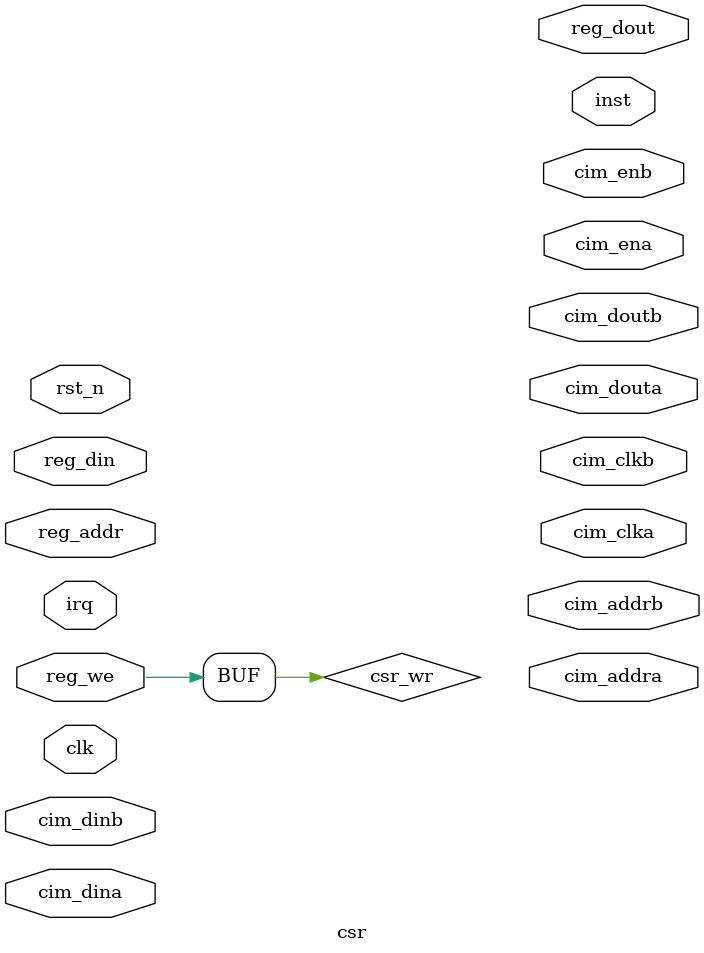
<source format=v>
`timescale 1ns / 1ps


module csr(
    
    // global signals
    input           clk,
    input           rst_n,

    // from ahb lite slave interface
    input   [31:0]  reg_addr,
    input   [31:0]  reg_din,
    output  [31:0]  reg_dout,
    input           reg_we,

    // RCOC signals
    output  [31:0]  inst,   // temple set 'hf0f0_f0f0 as fft compute
    input           irq,    // while irq == 1'b1, the fft computing process end

    // CIM array signals
    output          cim_clka,
    output  [31:0]  cim_addra,
    input   [31:0]  cim_dina,
    output  [31:0]  cim_douta,
    output          cim_ena,

    output          cim_clkb,
    output  [31:0]  cim_addrb,
    input   [31:0]  cim_dinb,
    output  [31:0]  cim_doutb,
    output          cim_enb

    );

    wire    csr_wr, csr_rd;

    assign  csr_wr = reg_we ;
    assign  csr_rd = !reg_we;

    reg [31:0]  start_reg, data_reg, data_h_reg, mode_reg, inst_reg;

    //--- write behavior ---//

    // 0x0000_0001 start flag
    always @(posedge clk or negedge rst_n) begin
        if(~rst_n) begin
            start_reg <= 32'h0;
        end else if(csr_wr) begin
            if(reg_addr == 32'h0000_0001)
                start_reg <= reg_din;
        end else begin
            start_reg <= start_reg;
        end
    end

    // 0x0000_0002 data register
    always @(posedge clk or negedge rst_n) begin
        if(~rst_n) begin
            data_reg <= 32'h0;
        end else if(csr_wr) begin
            if(reg_addr == 32'h0000_0002)
                data_reg <= reg_din;
        end else begin
            data_reg <= data_reg;
        end
    end 

    // 0x0000_0003 data_h register
    always @(posedge clk or negedge rst_n) begin
        if(~rst_n) begin
            data_h_reg <= 32'h0;
        end else if(csr_wr) begin
            if(reg_addr == 32'h0000_0003)
                data_h_reg <= reg_din;
        end else begin
            data_h_reg <= data_h_reg;
        end
    end

    // 0x0000_0004 mode register
    always @(posedge clk or negedge rst_n) begin
        if(~rst_n) begin
            mode_reg <= 32'h0;
        end else if(csr_wr) begin
            if(reg_addr == 32'h0000_0004)
                mode_reg <= reg_din;
        end else begin
            mode_reg <= mode_reg;
        end
    end

    // 0x0000_0005 inst register
    always @(posedge clk or negedge rst_n) begin
        if(~rst_n) begin
            inst_reg <= 32'h0;
        end else if(csr_wr) begin
            if(reg_addr == 32'h0000_0005)
                inst_reg <= reg_din;
        end else begin
            inst_reg <= inst_reg;
        end
    end

endmodule

</source>
